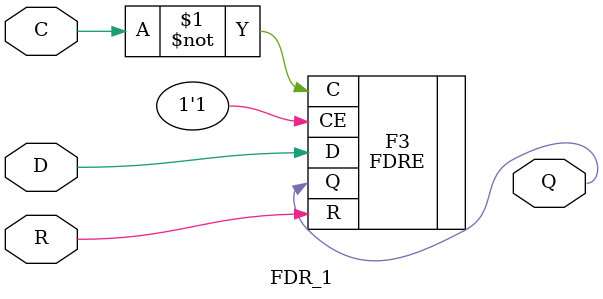
<source format=v>


`timescale  1 ps / 1 ps

module FDR_1 (Q, C, D, R);

    parameter [0:0] INIT = 1'b0;

    output Q;

    input  C, D, R;

    wire Q;

    FDRE #(.INIT(INIT)) F3(.Q(Q), .C(~C), .CE(1'b1), .D(D), .R(R));

endmodule


</source>
